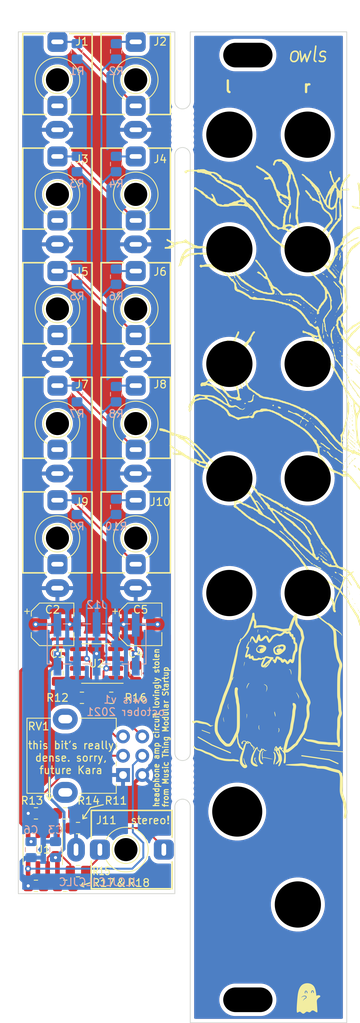
<source format=kicad_pcb>
(kicad_pcb (version 20211014) (generator pcbnew)
  (layers (0 "F.Cu" signal) (31 "B.Cu" signal) (34 "B.Paste" user) (35 "F.Paste" user) (36 "B.SilkS" user "B.Silkscreen") (37 "F.SilkS" user "F.Silkscreen") (38 "B.Mask" user) (39 "F.Mask" user) (44 "Edge.Cuts" user))
  (net 0 "")
  (net 1 "GND")
  (net 2 "Net-(J1-PadT)")
  (net 3 "Net-(J2-PadT)")
  (net 4 "Net-(J3-PadT)")
  (net 6 "Net-(J7-PadT)")
  (net 7 "Net-(J10-PadT)")
  (net 8 "Net-(J8-PadT)")
  (net 9 "R")
  (net 10 "L")
  (net 11 "+12V")
  (net 12 "-12V")
  (net 15 "Net-(J4-PadT)")
  (net 16 "Net-(J5-PadT)")
  (net 17 "Net-(J6-PadT)")
  (net 19 "Net-(J10-PadTN)")
  (net 21 "Net-(J11-PadR)")
  (net 22 "Net-(J11-PadT)")
  (net 23 "Net-(R11-Pad1)")
  (net 24 "Net-(R12-Pad2)")
  (net 25 "Net-(R13-Pad2)")
  (net 26 "Net-(R15-Pad1)")
  (net 27 "Net-(R16-Pad2)")
  (net 28 "Net-(R17-Pad2)")
  (net 29 "Net-(RV1-Pad2)")
  (net 30 "Net-(RV1-Pad5)")
  (footprint "Pale Slim Ghost:hole 6mm (jack panel)" (layer "F.Cu") (at 53.08 53.198)
    (fp_text reference "REF**" hide)
    (fp_text value "hole 6mm (jack panel)" hide)
  )
  (footprint "Pale Slim Ghost:hole 6mm (jack panel)" (layer "F.Cu") (at 63.24 82.916)
    (fp_text reference "REF**" hide)
    (fp_text value "hole 6mm (jack panel)" hide)
  )
  (footprint "Package_SO:SOIC-8_3.9x4.9mm_P1.27mm" (layer "F.Cu") (at 28.855 131.045 -90)
    (fp_text reference "U1")
    (fp_text value "OPA2134")
  )
  (footprint "Pale Slim Ghost:hole 3mm (below jack)" (layer "F.Cu") (at 40.92 46.082)
    (fp_text reference "REF**" hide)
    (fp_text value "hole 3mm (below jack)" hide)
  )
  (footprint "LOGO" (layer "F.Cu") (at 63.373 150.368)
    (fp_text reference "G***" hide)
    (fp_text value "LOGO" hide)
  )
  (footprint "Pale Slim Ghost:hole 3mm (below jack)" (layer "F.Cu") (at 40.92 31.223)
    (fp_text reference "REF**" hide)
    (fp_text value "hole 3mm (below jack)" hide)
  )
  (footprint "Pale Slim Ghost:hole 6mm (jack panel)" (layer "F.Cu") (at 63.24 68.057)
    (fp_text reference "REF**" hide)
    (fp_text value "hole 6mm (jack panel)" hide)
  )
  (footprint "Pale Slim Ghost:hole 6mm (jack panel)" (layer "F.Cu") (at 63.24 38.339)
    (fp_text reference "REF**" hide)
    (fp_text value "hole 6mm (jack panel)" hide)
  )
  (footprint "LOGO" (layer "F.Cu") (at 59.817 110.504685)
    (fp_text reference "G***" hide)
    (fp_text value "LOGO" hide)
  )
  (footprint "Pale Slim Ghost:hole 6mm (jack panel)" (layer "F.Cu") (at 53.08 38.339)
    (fp_text reference "REF**" hide)
    (fp_text value "hole 6mm (jack panel)" hide)
  )
  (footprint "Resistor_SMD:R_0805_2012Metric_Pad1.20x1.40mm_HandSolder" (layer "F.Cu") (at 27.966 135.744)
    (fp_text reference "R17")
    (fp_text value "2k")
  )
  (footprint "Pale Slim Ghost:hole 6.5mm (potentiometer panel)" (layer "F.Cu") (at 54.102 126.111)
    (fp_text reference "REF**" hide)
    (fp_text value "hole 6.5mm (potentiometer panel)" hide)
  )
  (footprint "Capacitor_SMD:CP_Elec_5x4.5" (layer "F.Cu") (at 30.125 101.835)
    (fp_text reference "C2")
    (fp_text value "C_Polarized")
  )
  (footprint "Pale Slim Ghost:hole 6mm (jack panel)" (layer "F.Cu") (at 53.08 97.775)
    (fp_text reference "REF**" hide)
    (fp_text value "hole 6mm (jack panel)" hide)
  )
  (footprint "Pale Slim Ghost:hole 3mm (below jack)" (layer "F.Cu") (at 30.76 75.8)
    (fp_text reference "REF**" hide)
    (fp_text value "hole 3mm (below jack)" hide)
  )
  (footprint "" (layer "F.Cu") (at 55.481 150.519)
    (fp_text reference "")
    (fp_text value "")
  )
  (footprint "Pale Slim Ghost:hole 6mm (jack panel)" (layer "F.Cu") (at 53.08 82.916)
    (fp_text reference "REF**" hide)
    (fp_text value "hole 6mm (jack panel)" hide)
  )
  (footprint "Pale Slim Ghost:hole 3mm (below jack)" (layer "F.Cu") (at 39.65 131.045)
    (fp_text reference "REF**" hide)
    (fp_text value "hole 3mm (below jack)" hide)
  )
  (footprint "Capacitor_SMD:C_0805_2012Metric_Pad1.18x1.45mm_HandSolder" (layer "F.Cu") (at 30.76 108.185 90)
    (fp_text reference "C1")
    (fp_text value "C")
  )
  (footprint "Pale Slim Ghost:Jack_3.5mm_QingPu_WQP-PJ366ST_Vertical" (layer "F.Cu") (at 39.65 131.045 -90)
    (fp_text reference "J11")
    (fp_text value "AudioJack3")
  )
  (footprint "Pale Slim Ghost:hole 3mm (below jack)" (layer "F.Cu") (at 40.92 75.8)
    (fp_text reference "REF**" hide)
    (fp_text value "hole 3mm (below jack)" hide)
  )
  (footprint "Resistor_SMD:R_0805_2012Metric_Pad1.20x1.40mm_HandSolder" (layer "F.Cu") (at 31.776 135.744)
    (fp_text reference "R18")
    (fp_text value "2k")
  )
  (footprint "Resistor_SMD:R_0805_2012Metric_Pad1.20x1.40mm_HandSolder" (layer "F.Cu") (at 37.745 111.36)
    (fp_text reference "R16")
    (fp_text value "10k")
  )
  (footprint "Pale Slim Ghost:hole 6mm (jack panel)" (layer "F.Cu") (at 63.24 53.198)
    (fp_text reference "REF**" hide)
    (fp_text value "hole 6mm (jack panel)" hide)
  )
  (footprint "Pale Slim Ghost:hole 6mm (jack panel)" (layer "F.Cu") (at 63.24 97.775)
    (fp_text reference "REF**" hide)
    (fp_text value "hole 6mm (jack panel)" hide)
  )
  (footprint "AudioJacks:Jack_3.5mm_QingPu_WQP-PJ398SM_Vertical" (layer "F.Cu") (at 30.76 75.8)
    (fp_text reference "J7")
    (fp_text value "AudioJack2_SwitchT")
  )
  (footprint "Package_SO:SOIC-8_3.9x4.9mm_P1.27mm" (layer "F.Cu") (at 35.84 106.915 180)
    (fp_text reference "U2")
    (fp_text value "NE5532")
  )
  (footprint "Pale Slim Ghost:mousebite-2x5mm" (layer "F.Cu") (at 47 122 90)
    (fp_text reference "mouse-bite-2mm-slot" hide)
    (fp_text value "VAL**" hide)
    (fp_arc (start -3.5 -1) (mid -2.5 0) (end -3.5 1) (layer "Edge.Cuts") (width 0.1))
    (fp_arc (start 3.5 1) (mid 2.5 0) (end 3.5 -1) (layer "Edge.Cuts") (width 0.1))
  )
  (footprint "AudioJacks:Jack_3.5mm_QingPu_WQP-PJ398SM_Vertical" (layer "F.Cu") (at 40.92 46.082)
    (fp_text reference "J4")
    (fp_text value "AudioJack2_SwitchT")
  )
  (footprint "Pale Slim Ghost:hole 6mm (jack panel)" (layer "F.Cu") (at 61.97 138.161)
    (fp_text reference "REF**" hide)
    (fp_text value "hole 6mm (jack panel)" hide)
  )
  (footprint "AudioJacks:Jack_3.5mm_QingPu_WQP-PJ398SM_Vertical" (layer "F.Cu") (at 30.76 60.941)
    (fp_text reference "J5")
    (fp_text value "AudioJack2_SwitchT")
  )
  (footprint "Pale Slim Ghost:mousebite-2x5mm" (layer "F.Cu") (at 47 37.5 90)
    (fp_text reference "mouse-bite-2mm-slot" hide)
    (fp_text value "VAL**" hide)
    (fp_arc (start -3.5 -1) (mid -2.5 0) (end -3.5 1) (layer "Edge.Cuts") (width 0.1))
    (fp_arc (start 3.5 1) (mid 2.5 0) (end 3.5 -1) (layer "Edge.Cuts") (width 0.1))
  )
  (footprint "AudioJacks:Jack_3.5mm_QingPu_WQP-PJ398SM_Vertical" (layer "F.Cu") (at 40.92 60.941)
    (fp_text reference "J6")
    (fp_text value "AudioJack2_SwitchT")
  )
  (footprint "Resistor_SMD:R_0805_2012Metric_Pad1.20x1.40mm_HandSolder" (layer "F.Cu") (at 31.76 126.346)
    (fp_text reference "R14")
    (fp_text value "2k")
  )
  (footprint "Resistor_SMD:R_0805_2012Metric_Pad1.20x1.40mm_HandSolder" (layer "F.Cu") (at 27.966 126.346)
    (fp_text reference "R13")
    (fp_text value "2k")
  )
  (footprint "Pale Slim Ghost:hole 3mm (below jack)" (layer "F.Cu") (at 40.92 90.659)
    (fp_text reference "REF**" hide)
    (fp_text value "hole 3mm (below jack)" hide)
  )
  (footprint "Potentiometer_THT:Potentiometer_Alpha_RD902F-40-00D_Dual_Vertical" (layer "F.Cu") (at 39.273 121.372 180)
    (fp_text reference "RV1")
    (fp_text value "R_Potentiometer_Dual")
  )
  (footprint "AudioJacks:Jack_3.5mm_QingPu_WQP-PJ398SM_Vertical" (layer "F.Cu") (at 30.76 31.223)
    (fp_text reference "J1")
    (fp_text value "AudioJack2_SwitchT")
  )
  (footprint "Pale Slim Ghost:hole 3mm (below jack)" (layer "F.Cu") (at 30.76 60.941)
    (fp_text reference "REF**" hide)
    (fp_text value "hole 3mm (below jack)" hide)
  )
  (footprint "Capacitor_SMD:CP_Elec_5x4.5" (layer "F.Cu") (at 41.555 101.835)
    (fp_text reference "C5")
    (fp_text value "C_Polarized")
  )
  (footprint "AudioJacks:Jack_3.5mm_QingPu_WQP-PJ398SM_Vertical" (layer "F.Cu") (at 40.92 90.659)
    (fp_text reference "J10")
    (fp_text value "AudioJack2_SwitchT")
  )
  (footprint "LOGO" (layer "F.Cu") (at 56.03906 79.372966)
    (fp_text reference "G***" hide)
    (fp_text value "LOGO" hide)
  )
  (footprint "Resistor_SMD:R_0805_2012Metric_Pad1.20x1.40mm_HandSolder" (layer "F.Cu") (at 33.935 111.36 180)
    (fp_text reference "R12")
    (fp_text value "10k")
  )
  (footprint "Pale Slim Ghost:hole 3mm (below jack)" (layer "F.Cu") (at 30.76 90.659)
    (fp_text reference "REF**" hide)
    (fp_text value "hole 3mm (below jack)" hide)
  )
  (footprint "AudioJacks:Jack_3.5mm_QingPu_WQP-PJ398SM_Vertical" (layer "F.Cu") (at 40.92 31.223)
    (fp_text reference "J2")
    (fp_text value "AudioJack2_SwitchT")
  )
  (footprint "Pale Slim Ghost:hole 6mm (jack panel)" (layer "F.Cu") (at 53.08 68.057)
    (fp_text reference "REF**" hide)
    (fp_text value "hole 6mm (jack panel)" hide)
  )
  (footprint "AudioJacks:Jack_3.5mm_QingPu_WQP-PJ398SM_Vertical" (layer "F.Cu") (at 30.76 46.082)
    (fp_text reference "J3")
    (fp_text value "AudioJack2_SwitchT")
  )
  (footprint "Pale Slim Ghost:hole 3mm (below jack)" (layer "F.Cu") (at 40.92 60.941)
    (fp_text reference "REF**" hide)
    (fp_text value "hole 3mm (below jack)" hide)
  )
  (footprint "Resistor_SMD:R_0805_2012Metric_Pad1.20x1.40mm_HandSolder" (layer "F.Cu") (at 33.427 128.251)
    (fp_text reference "R11")
    (fp_text value "47r")
  )
  (footprint "Pale Slim Ghost:hole 3mm (below jack)" (layer "F.Cu") (at 30.76 31.223)
    (fp_text reference "REF**" hide)
    (fp_text value "hole 3mm (below jack)" hide)
  )
  (footprint "AudioJacks:Jack_3.5mm_QingPu_WQP-PJ398SM_Vertical" (layer "F.Cu") (at 30.76 90.659)
    (fp_text reference "J9")
    (fp_text value "AudioJack2_SwitchT")
  )
  (footprint "AudioJacks:Jack_3.5mm_QingPu_WQP-PJ398SM_Vertical" (layer "F.Cu") (at 40.92 75.8)
    (fp_text reference "J8")
    (fp_text value "AudioJack2_SwitchT")
  )
  (footprint "Resistor_SMD:R_0805_2012Metric_Pad1.20x1.40mm_HandSolder" (layer "F.Cu") (at 33.427 133.839)
    (fp_text reference "R15")
    (fp_text value "47r")
  )
  (footprint "Pale Slim Ghost:hole 3mm (below jack)" (layer "F.Cu") (at 30.76 46.082)
    (fp_text reference "REF**" hide)
    (fp_text value "hole 3mm (below jack)" hide)
  )
  (footprint "" (layer "F.Cu") (at 55.481 28.019 90)
    (fp_text reference "")
    (fp_text value "")
  )
  (footprint "Capacitor_SMD:C_0805_2012Metric_Pad1.18x1.45mm_HandSolder" (layer "F.Cu") (at 40.92 108.185 90)
    (fp_text reference "C4")
    (fp_text value "C")
  )
  (footprint "Connector_PinHeader_2.54mm:PinHeader_2x05_P2.54mm_Vertical_SMD" (layer "B.Cu") (at 35.84 104.375 90)
    (fp_text reference "J12")
    (fp_text value "Conn_02x05_Odd_Even")
  )
  (footprint "Resistor_SMD:R_0805_2012Metric_Pad1.20x1.40mm_HandSolder" (layer "B.Cu") (at 33.3 27.54 -90)
    (fp_text reference "R1")
    (fp_text value "10k")
  )
  (footprint "Resistor_SMD:R_0805_2012Metric_Pad1.20x1.40mm_HandSolder" (layer "B.Cu") (at 38.38 42.145 -90)
    (fp_text reference "R4")
    (fp_text value "10k")
  )
  (footprint "Resistor_SMD:R_0805_2012Metric_Pad1.20x1.40mm_HandSolder" (layer "B.Cu") (at 38.38 71.99 -90)
    (fp_text reference "R8")
    (fp_text value "10k")
  )
  (footprint "Resistor_SMD:R_0805_2012Metric_Pad1.20x1.40mm_HandSolder" (layer "B.Cu") (at 33.3 71.99 -90)
    (fp_text reference "R7")
    (fp_text value "10k")
  )
  (footprint "Capacitor_SMD:C_0805_2012Metric_Pad1.18x1.45mm_HandSolder" (layer "B.Cu") (at 30.506 131.045 90)
    (fp_text reference "C3")
    (fp_text value "C")
  )
  (footprint "Resistor_SMD:R_0805_2012Metric_Pad1.20x1.40mm_HandSolder" (layer "B.Cu") (at 33.3 42.145 -90)
    (fp_text reference "R3")
    (fp_text value "10k")
  )
  (footprint "Resistor_SMD:R_0805_2012Metric_Pad1.20x1.40mm_HandSolder" (layer "B.Cu") (at 38.38 56.75 -90)
    (fp_text reference "R6")
    (fp_text value "10k")
  )
  (footprint "Resistor_SMD:R_0805_2012Metric_Pad1.20x1.40mm_HandSolder" (layer "B.Cu") (at 38.38 27.54 -90)
    (fp_text reference "R2")
    (fp_text value "10k")
  )
  (footprint "Capacitor_SMD:C_0805_2012Metric_Pad1.18x1.45mm_HandSolder" (layer "B.Cu") (at 27.331 131.045 90)
    (fp_text reference "C6")
    (fp_text value "C")
  )
  (footprint "Resistor_SMD:R_0805_2012Metric_Pad1.20x1.40mm_HandSolder" (layer "B.Cu") (at 38.38 86.595 -90)
    (fp_text reference "R10")
    (fp_text value "10k")
  )
  (footprint "Resistor_SMD:R_0805_2012Metric_Pad1.20x1.40mm_HandSolder" (layer "B.Cu") (at 33.3 86.595 -90)
    (fp_text reference "R9")
    (fp_text value "10k")
  )
  (footprint "Resistor_SMD:R_0805_2012Metric_Pad1.20x1.40mm_HandSolder" (layer "B.Cu") (at 33.3 56.75 -90)
    (fp_text reference "R5")
    (fp_text value "10k")
  )
  (gr_line (start 64.897 118.11) (end 67.818 118.364) (layer "F.SilkS") (width 0.1))
  (gr_line (start 62.484 118.872) (end 66.04 119.38) (layer "F.SilkS") (width 0.15))
  (gr_line (start 34.062 127.0445) (end 34.062 126.5365) (layer "F.SilkS") (width 0.15))
  (gr_line (start 49.53 115.57) (end 50.546 115.951) (layer "F.SilkS") (width 0.1))
  (gr_line (start 33.808 135.744) (end 34.062 135.363) (layer "F.SilkS") (width 0.15))
  (gr_line (start 33.808 135.744) (end 34.951 135.363) (layer "F.SilkS") (width 0.15))
  (gr_line (start 34.062 135.363) (end 33.808 135.744) (layer "F.SilkS") (width 0.15))
  (gr_line (start 29.337 124.079) (end 29.718 124.587) (layer "F.SilkS") (width 0.2))
  (gr_line (start 49.022 116.459) (end 50.8 117.475) (layer "F.SilkS") (width 0.15))
  (gr_line (start 35.052 125.603) (end 36.703 125.222) (layer "F.SilkS") (width 0.15))
  (gr_line (start 34.062 127.0445) (end 35.052 125.603) (layer "F.SilkS") (width 0.15))
  (gr_line (start 33.808 135.744) (end 34.189 135.871) (layer "F.SilkS") (width 0.15))
  (gr_line (start 50.8 117.475) (end 53.213 118.491) (layer "F.SilkS") (width 0.15))
  (gr_line (start 34.951 135.363) (end 33.808 135.744) (layer "F.SilkS") (width 0.15))
  (gr_line (start 29.718 124.587) (end 29.337 124.079) (layer "F.SilkS") (width 0.15))
  (gr_line (start 29.718 124.587) (end 30.099 124.079) (layer "F.SilkS") (width 0.2))
  (gr_line (start 34.062 127.0445) (end 34.57 126.9175) (layer "F.SilkS") (width 0.15))
  (gr_line (start 29.718 121.666) (end 29.718 124.587) (layer "F.SilkS") (width 0.2))
  (gr_line (start 66.04 119.38) (end 67.183 119.888) (layer "F.SilkS") (width 0.15))
  (gr_line (start 48 25) (end 68.32 25) (layer "Edge.Cuts") (width 0.1))
  (gr_line (start 68.32 25) (end 68.32 153.5) (layer "Edge.Cuts") (width 0.1))
  (gr_line (start 46 136.76) (end 25.68 136.76) (layer "Edge.Cuts") (width 0.1))
  (gr_line (start 68.32 153.5) (end 48 153.5) (layer "Edge.Cuts") (width 0.1))
  (gr_line (start 48 41) (end 48 118.5) (layer "Edge.Cuts") (width 0.1))
  (gr_line (start 46 136.76) (end 46 125.5) (layer "Edge.Cuts") (width 0.1))
  (gr_line (start 25.68 25) (end 46 25) (layer "Edge.Cuts") (width 0.1))
  (gr_line (start 48 125.5) (end 48 153.5) (layer "Edge.Cuts") (width 0.1))
  (gr_line (start 46 118.5) (end 46 41) (layer "Edge.Cuts") (width 0.1))
  (gr_line (start 25.68 136.76) (end 25.68 25) (layer "Edge.Cuts") (width 0.1))
  (gr_line (start 48 34) (end 48 25) (layer "Edge.Cuts") (width 0.1))
  (gr_line (start 46 25) (end 46 34) (layer "Edge.Cuts") (width 0.1))
  (gr_text "JLCJLCJLCJLC" (at 36.068 135.255) (layer "B.SilkS") (effects (font (size 1 1)) (justify mirror)))
  (gr_text "owls v1\noctober 2021" (at 39.624 112.395) (layer "B.SilkS") (effects (font (size 1 1)) (justify mirror)))
  (gr_text "o\n" (at 61.468 27.94) (layer "F.SilkS") (effects (font (size 2 1.8) (thickness 0.2) italic)))
  (gr_text "s\n" (at 64.262 27.94) (layer "F.SilkS") (effects (font (size 2 1.8) (thickness 0.2) italic) (justify left)))
  (gr_text "&" (at 39.015 135.363) (layer "F.SilkS") (effects (font (size 1 1))))
  (gr_text "l\n" (at 52.324 32.131) (layer "F.SilkS") (effects (font (size 1.5 1.5) (thickness 0.3)) (justify left)))
  (gr_text "r\n" (at 62.484 32.131) (layer "F.SilkS") (effects (font (size 1.5 1.5) (thickness 0.3)) (justify left)))
  (gr_text "stereo!" (at 42.825 127.235) (layer "F.SilkS") (effects (font (size 1 1))))
  (gr_text "headphone amp circuit lovingly stolen\nfrom Music Thing Modular Startup" (at 44.196 125.603 90) (layer "F.SilkS") (effects (font (size 0.75 0.7)) (justify left)))
  (gr_text "l\n" (at 63.5 27.94) (layer "F.SilkS") (effects (font (size 2 1.8) (thickness 0.2) italic) (justify left)))
  (gr_text "this bit's really\ndense. sorry,\nfuture Kara" (at 32.512 119.126) (layer "F.SilkS") (effects (font (size 1 0.95))))
  (gr_text "w" (at 61.722 27.94) (layer "F.SilkS") (effects (font (size 2 1.8) (thickness 0.2) italic) (justify left)))
  (segment (start 33.365 105.01) (end 35.22 105.01) (width 0.5) (layer "F.Cu") (net 1))
  (segment (start 39.73952 106.729521) (end 39.73952 108.04202) (width 0.5) (layer "F.Cu") (net 1))
  (segment (start 39.289999 106.28) (end 39.73952 106.729521) (width 0.5) (layer "F.Cu") (net 1))
  (segment (start 33.365 105.01) (end 33.065001 104.710001) (width 0.5) (layer "F.Cu") (net 1))
  (segment (start 33.065001 104.710001) (end 30.424999 104.710001) (width 0.5) (layer "F.Cu") (net 1))
  (segment (start 29.910489 105.224511) (end 29.910489 106.297989) (width 0.5) (layer "F.Cu") (net 1))
  (segment (start 29.910489 106.297989) (end 30.76 107.1475) (width 0.5) (layer "F.Cu") (net 1))
  (segment (start 38.315 106.28) (end 36.49 106.28) (width 0.5) (layer "F.Cu") (net 1))
  (segment (start 35.22 105.01) (end 35.84 105.63) (width 0.5) (layer "F.Cu") (net 1))
  (segment (start 30.424999 104.710001) (end 29.910489 105.224511) (width 0.5) (layer "F.Cu") (net 1))
  (segment (start 39.73952 108.04202) (end 40.92 109.2225) (width 0.5) (layer "F.Cu") (net 1))
  (segment (start 38.315 106.28) (end 39.289999 106.28) (width 0.5) (layer "F.Cu") (net 1))
  (segment (start 36.49 106.28) (end 35.84 105.63) (width 0.5) (layer "F.Cu") (net 1))
  (via (at 26.966 126.346) (size 0.8) (drill 0.4) (layers "F.Cu" "B.Cu") (net 1))
  (via (at 26.966 135.744) (size 0.8) (drill 0.4) (layers "F.Cu" "B.Cu") (net 1))
  (via (at 35.84 105.63) (size 0.8) (drill 0.4) (layers "F.Cu" "B.Cu") (net 1))
  (via (at 39.355 101.835) (size 0.8) (drill 0.4) (layers "F.Cu" "B.Cu") (net 1))
  (via (at 32.325 101.835) (size 0.8) (drill 0.4) (layers "F.Cu" "B.Cu") (net 1))
  (segment (start 26.100489 132.588011) (end 26.100489 134.878489) (width 0.5) (layer "B.Cu") (net 1))
  (segment (start 27.331 132.0825) (end 26.606 132.0825) (width 0.5) (layer "B.Cu") (net 1))
  (segment (start 32.34 101.85) (end 32.325 101.835) (width 0.5) (layer "B.Cu") (net 1))
  (segment (start 26.100489 134.878489) (end 26.966 135.744) (width 0.5) (layer "B.Cu") (net 1))
  (segment (start 38.38 101.85) (end 39.34 101.85) (width 0.5) (layer "B.Cu") (net 1))
  (segment (start 39.34 101.85) (end 39.355 101.835) (width 0.5) (layer "B.Cu") (net 1))
  (segment (start 26.606 132.0825) (end 26.100489 132.588011) (width 0.5) (layer "B.Cu") (net 1))
  (segment (start 33.3 101.85) (end 32.34 101.85) (width 0.5) (layer "B.Cu") (net 1))
  (segment (start 32.62 26.303) (end 40.92 34.603) (width 0.25) (layer "F.Cu") (net 2))
  (segment (start 30.76 26.303) (end 32.62 26.303) (width 0.25) (layer "F.Cu") (net 2))
  (segment (start 30.76 26.303) (end 33.063 26.303) (width 0.25) (layer "B.Cu") (net 2))
  (segment (start 33.063 26.303) (end 33.3 26.54) (width 0.25) (layer "B.Cu") (net 2))
  (segment (start 40.92 26.303) (end 38.617 26.303) (width 0.25) (layer "B.Cu") (net 3))
  (segment (start 38.617 26.303) (end 38.38 26.54) (width 0.25) (layer "B.Cu") (net 3))
  (segment (start 32.62 41.162) (end 40.92 49.462) (width 0.25) (layer "F.Cu") (net 4))
  (segment (start 30.76 41.162) (end 32.62 41.162) (width 0.25) (layer "F.Cu") (net 4))
  (segment (start 33.283 41.162) (end 33.3 41.145) (width 0.25) (layer "B.Cu") (net 4))
  (segment (start 30.76 41.162) (end 33.283 41.162) (width 0.25) (layer "B.Cu") (net 4))
  (segment (start 30.76 70.88) (end 32.62 70.88) (width 0.25) (layer "F.Cu") (net 6))
  (segment (start 32.62 70.88) (end 40.92 79.18) (width 0.25) (layer "F.Cu") (net 6))
  (segment (start 33.19 70.88) (end 33.3 70.99) (width 0.25) (layer "B.Cu") (net 6))
  (segment (start 30.76 70.88) (end 33.19 70.88) (width 0.25) (layer "B.Cu") (net 6))
  (segment (start 40.92 85.739) (end 38.524 85.739) (width 0.25) (layer "B.Cu") (net 7))
  (segment (start 38.524 85.739) (end 38.38 85.595) (width 0.25) (layer "B.Cu") (net 7))
  (segment (start 38.49 70.88) (end 38.38 70.99) (width 0.25) (layer "B.Cu") (net 8))
  (segment (start 40.92 70.88) (end 38.49 70.88) (width 0.25) (layer "B.Cu") (net 8))
  (segment (start 37.11 107.55) (end 38.315 107.55) (width 0.25) (layer "F.Cu") (net 9))
  (segment (start 36.745 107.915) (end 36.745 111.36) (width 0.25) (layer "F.Cu") (net 9))
  (segment (start 37.11 107.55) (end 36.745 107.915) (width 0.25) (layer "F.Cu") (net 9))
  (via (at 37.11 107.55) (size 0.8) (drill 0.4) (layers "F.Cu" "B.Cu") (net 9))
  (segment (start 38.015 43.145) (end 36.475 44.685) (width 0.25) (layer "B.Cu") (net 9))
  (segment (start 38.38 43.145) (end 38.015 43.145) (width 0.25) (layer "B.Cu") (net 9))
  (segment (start 38.015 57.75) (end 36.475 59.29) (width 0.25) (layer "B.Cu") (net 9))
  (segment (start 38.015 72.99) (end 36.475 74.53) (width 0.25) (layer "B.Cu") (net 9))
  (segment (start 38.38 28.54) (end 38.015 28.54) (width 0.25) (layer "B.Cu") (net 9))
  (segment (start 36.475 44.685) (end 36.475 59.29) (width 0.25) (layer "B.Cu") (net 9))
  (segment (start 36.475 98.66) (end 36.475 89.135) (width 0.25) (layer "B.Cu") (net 9))
  (segment (start 37.11 107.55) (end 37.11 99.295) (width 0.25) (layer "B.Cu") (net 9))
  (segment (start 36.475 30.08) (end 36.475 44.685) (width 0.25) (layer "B.Cu") (net 9))
  (segment (start 38.38 72.99) (end 38.015 72.99) (width 0.25) (layer "B.Cu") (net 9))
  (segment (start 36.475 74.53) (end 36.475 89.135) (width 0.25) (layer "B.Cu") (net 9))
  (segment (start 38.38 87.595) (end 38.015 87.595) (width 0.25) (layer "B.Cu") (net 9))
  (segment (start 38.015 28.54) (end 36.475 30.08) (width 0.25) (layer "B.Cu") (net 9))
  (segment (start 36.475 59.29) (end 36.475 74.53) (width 0.25) (layer "B.Cu") (net 9))
  (segment (start 38.38 57.75) (end 38.015 57.75) (width 0.25) (layer "B.Cu") (net 9))
  (segment (start 38.015 87.595) (end 36.475 89.135) (width 0.25) (layer "B.Cu") (net 9))
  (segment (start 37.11 99.295) (end 36.475 98.66) (width 0.25) (layer "B.Cu") (net 9))
  (segment (start 35.11404 106.82404) (end 35.11404 111.18096) (width 0.25) (layer "F.Cu") (net 10))
  (segment (start 35.11404 111.18096) (end 34.935 111.36) (width 0.25) (layer "F.Cu") (net 10))
  (segment (start 34.57 106.28) (end 33.365 106.28) (width 0.25) (layer "F.Cu") (net 10))
  (segment (start 34.57 106.28) (end 35.11404 106.82404) (width 0.25) (layer "F.Cu") (net 10))
  (via (at 34.57 106.28) (size 0.8) (drill 0.4) (layers "F.Cu" "B.Cu") (net 10))
  (segment (start 33.3 43.145) (end 33.665 43.145) (width 0.25) (layer "B.Cu") (net 10))
  (segment (start 35.205 59.29) (end 35.205 74.53) (width 0.25) (layer "B.Cu") (net 10))
  (segment (start 33.3 87.595) (end 33.665 87.595) (width 0.25) (layer "B.Cu") (net 10))
  (segment (start 34.57 99.295) (end 35.205 98.66) (width 0.25) (layer "B.Cu") (net 10))
  (segment (start 33.3 28.54) (end 33.665 28.54) (width 0.25) (layer "B.Cu") (net 10))
  (segment (start 33.665 57.75) (end 35.205 59.29) (width 0.25) (layer "B.Cu") (net 10))
  (segment (start 34.57 106.28) (end 34.57 99.295) (width 0.25) (layer "B.Cu") (net 10))
  (segment (start 35.205 74.53) (end 35.205 89.135) (width 0.25) (layer "B.Cu") (net 10))
  (segment (start 35.205 44.685) (end 35.205 58.655) (width 0.25) (layer "B.Cu") (net 10))
  (segment (start 33.665 43.145) (end 35.205 44.685) (width 0.25) (layer "B.Cu") (net 10))
  (segment (start 33.3 72.99) (end 33.665 72.99) (width 0.25) (layer "B.Cu") (net 10))
  (segment (start 33.665 72.99) (end 35.205 74.53) (width 0.25) (layer "B.Cu") (net 10))
  (segment (start 33.665 28.54) (end 35.205 30.08) (width 0.25) (layer "B.Cu") (net 10))
  (segment (start 33.3 57.75) (end 33.665 57.75) (width 0.25) (layer "B.Cu") (net 10))
  (segment (start 33.665 87.595) (end 35.205 89.135) (width 0.25) (layer "B.Cu") (net 10))
  (segment (start 35.205 30.08) (end 35.205 44.685) (width 0.25) (layer "B.Cu") (net 10))
  (segment (start 35.205 58.655) (end 35.205 59.29) (width 0.25) (layer "B.Cu") (net 10))
  (segment (start 35.205 98.66) (end 35.205 89.135) (width 0.25) (layer "B.Cu") (net 10))
  (segment (start 31.635 105.63) (end 32.00298 105.99798) (width 0.375) (layer "F.Cu") (net 11))
  (segment (start 33.365 108.82) (end 32.03 108.82) (width 0.375) (layer "F.Cu") (net 11))
  (segment (start 30.76 132.3365) (end 30.506 132.0825) (width 0.375) (layer "F.Cu") (net 11))
  (segment (start 30.76 133.52) (end 30.76 132.3365) (width 0.375) (layer "F.Cu") (net 11))
  (segment (start 32.03 108.82) (end 31.1625 108.82) (width 0.375) (layer "F.Cu") (net 11))
  (segment (start 31.1625 108.82) (end 30.76 109.2225) (width 0.375) (layer "F.Cu") (net 11))
  (segment (start 32.00298 108.79298) (end 32.03 108.82) (width 0.375) (layer "F.Cu") (net 11))
  (segment (start 32.00298 105.99798) (end 32.00298 108.79298) (width 0.375) (layer "F.Cu") (net 11))
  (segment (start 30.76 105.63) (end 31.635 105.63) (width 0.375) (layer "F.Cu") (net 11))
  (via (at 30.506 132.0825) (size 0.8) (drill 0.4) (layers "F.Cu" "B.Cu") (net 11))
  (via (at 30.76 105.63) (size 0.8) (drill 0.4) (layers "F.Cu" "B.Cu") (net 11))
  (via (at 27.925 101.835) (size 0.8) (drill 0.4) (layers "F.Cu" "B.Cu") (net 11))
  (segment (start 31.61802 126.197679) (end 29.718 124.297659) (width 0.375) (layer "B.Cu") (net 11))
  (segment (start 29.718 107.942) (end 30.76 106.9) (width 0.375) (layer "B.Cu") (net 11))
  (segment (start 30.506 132.0825) (end 31.61802 130.97048) (width 0.375) (layer "B.Cu") (net 11))
  (segment (start 30.76 101.85) (end 27.94 101.85) (width 0.375) (layer "B.Cu") (net 11))
  (segment (start 29.718 124.297659) (end 29.718 107.942) (width 0.375) (layer "B.Cu") (net 11))
  (segment (start 31.61802 130.97048) (end 31.61802 126.197679) (width 0.375) (layer "B.Cu") (net 11))
  (segment (start 27.94 101.85) (end 27.925 101.835) (width 0.375) (layer "B.Cu") (net 11))
  (segment (start 30.76 101.85) (end 30.76 106.9) (width 0.375) (layer "B.Cu") (net 11))
  (segment (start 25.97898 127.59898) (end 25.97898 107.88602) (width 0.375) (layer "F.Cu") (net 12))
  (segment (start 25.97898 107.88602) (end 30.125 103.74) (width 0.375) (layer "F.Cu") (net 12))
  (segment (start 30.125 103.74) (end 37.045 103.74) (width 0.375) (layer "F.Cu") (net 12))
  (segment (start 26.95 128.57) (end 26.95 129.6265) (width 0.375) (layer "F.Cu") (net 12))
  (segment (start 40.92 105.63) (end 40.92 107.1475) (width 0.375) (layer "F.Cu") (net 12))
  (segment (start 37.045 103.74) (end 38.315 105.01) (width 0.375) (layer "F.Cu") (net 12))
  (segment (start 40.3 105.01) (end 40.92 105.63) (width 0.375) (layer "F.Cu") (net 12))
  (segment (start 38.315 105.01) (end 40.3 105.01) (width 0.375) (layer "F.Cu") (net 12))
  (segment (start 26.95 128.57) (end 25.97898 127.59898) (width 0.375) (layer "F.Cu") (net 12))
  (segment (start 26.95 129.6265) (end 27.331 130.0075) (width 0.375) (layer "F.Cu") (net 12))
  (via (at 40.92 105.63) (size 0.8) (drill 0.4) (layers "F.Cu" "B.Cu") (net 12))
  (via (at 27.331 130.0075) (size 0.8) (drill 0.4) (layers "F.Cu" "B.Cu") (net 12))
  (via (at 43.755 101.835) (size 0.8) (drill 0.4) (layers "F.Cu" "B.Cu") (net 12))
  (segment (start 40.92 101.85) (end 40.92 106.9) (width 0.375) (layer "B.Cu") (net 12))
  (segment (start 43.74 101.85) (end 43.755 101.835) (width 0.375) (layer "B.Cu") (net 12))
  (segment (start 40.92 101.85) (end 43.74 101.85) (width 0.375) (layer "B.Cu") (net 12))
  (segment (start 38.397 41.162) (end 38.38 41.145) (width 0.25) (layer "B.Cu") (net 15))
  (segment (start 40.92 41.162) (end 38.397 41.162) (width 0.25) (layer "B.Cu") (net 15))
  (segment (start 30.76 56.021) (end 32.62 56.021) (width 0.25) (layer "F.Cu") (net 16))
  (segment (start 32.62 56.021) (end 40.92 64.321) (width 0.25) (layer "F.Cu") (net 16))
  (segment (start 30.76 56.021) (end 33.029 56.021) (width 0.25) (layer "B.Cu") (net 16))
  (segment (start 33.029 56.021) (end 33.3 55.75) (width 0.25) (layer "B.Cu") (net 16))
  (segment (start 38.651 56.021) (end 38.38 55.75) (width 0.25) (layer "B.Cu") (net 17))
  (segment (start 40.92 56.021) (end 38.651 56.021) (width 0.25) (layer "B.Cu") (net 17))
  (segment (start 32.62 85.739) (end 40.92 94.039) (width 0.25) (layer "F.Cu") (net 19))
  (segment (start 30.76 85.739) (end 32.62 85.739) (width 0.25) (layer "F.Cu") (net 19))
  (segment (start 30.76 85.739) (end 33.156 85.739) (width 0.25) (layer "B.Cu") (net 19))
  (segment (start 33.156 85.739) (end 33.3 85.595) (width 0.25) (layer "B.Cu") (net 19))
  (segment (start 36.524 131.742) (end 36.524 131.045) (width 0.25) (layer "F.Cu") (net 21))
  (segment (start 34.427 133.839) (end 36.524 131.742) (width 0.25) (layer "F.Cu") (net 21))
  (segment (start 34.427 128.251) (end 42.03 128.251) (width 0.25) (layer "F.Cu") (net 22))
  (segment (start 42.03 128.251) (end 44.824 131.045) (width 0.25) (layer "F.Cu") (net 22))
  (segment (start 30.76 128.57) (end 32.108 128.57) (width 0.25) (layer "F.Cu") (net 23))
  (segment (start 32.776 127.902) (end 32.776 126.346) (width 0.25) (layer "F.Cu") (net 23))
  (segment (start 32.108 128.57) (end 32.427 128.251) (width 0.25) (layer "F.Cu") (net 23))
  (segment (start 32.427 128.251) (end 32.776 127.902) (width 0.25) (layer "F.Cu") (net 23))
  (segment (start 32.935 110.900228) (end 32.935 111.36) (width 0.25) (layer "F.Cu") (net 24))
  (segment (start 33.31558 111.36) (end 38.32758 116.372) (width 0.25) (layer "F.Cu") (net 24))
  (segment (start 32.935 111.36) (end 33.31558 111.36) (width 0.25) (layer "F.Cu") (net 24))
  (segment (start 33.365 107.55) (end 34.339999 107.55) (width 0.25) (layer "F.Cu") (net 24))
  (segment (start 34.339999 107.55) (end 34.66452 107.874521) (width 0.25) (layer "F.Cu") (net 24))
  (segment (start 38.32758 116.372) (end 39.273 116.372) (width 0.25) (layer "F.Cu") (net 24))
  (segment (start 34.66452 107.874521) (end 34.66452 109.170708) (width 0.25) (layer "F.Cu") (net 24))
  (segment (start 34.66452 109.170708) (end 32.935 110.900228) (width 0.25) (layer "F.Cu") (net 24))
  (segment (start 28.966 126.346) (end 30.776 126.346) (width 0.25) (layer "F.Cu") (net 25))
  (segment (start 29.49 128.57) (end 29.49 126.87) (width 0.25) (layer "F.Cu") (net 25))
  (segment (start 29.49 126.87) (end 28.966 126.346) (width 0.25) (layer "F.Cu") (net 25))
  (segment (start 30.806103 131.357989) (end 30.205897 131.357989) (width 0.25) (layer "F.Cu") (net 26))
  (segment (start 32.776 135.744) (end 32.776 134.188) (width 0.25) (layer "F.Cu") (net 26))
  (segment (start 30.205897 131.357989) (end 29.49 132.073886) (width 0.25) (layer "F.Cu") (net 26))
  (segment (start 32.776 134.188) (end 32.427 133.839) (width 0.25) (layer "F.Cu") (net 26))
  (segment (start 32.427 132.978886) (end 30.806103 131.357989) (width 0.25) (layer "F.Cu") (net 26))
  (segment (start 32.427 133.839) (end 32.427 132.978886) (width 0.25) (layer "F.Cu") (net 26))
  (segment (start 29.49 132.073886) (end 29.49 133.52) (width 0.25) (layer "F.Cu") (net 26))
  (segment (start 38.745 111.36) (end 38.745 113.344) (width 0.25) (layer "F.Cu") (net 27))
  (segment (start 38.315 108.82) (end 38.745 109.25) (width 0.25) (layer "F.Cu") (net 27))
  (segment (start 38.745 109.25) (end 38.745 111.36) (width 0.25) (layer "F.Cu") (net 27))
  (segment (start 38.745 113.344) (end 41.773 116.372) (width 0.25) (layer "F.Cu") (net 27))
  (segment (start 28.22 133.52) (end 28.22 134.998) (width 0.25) (layer "F.Cu") (net 28))
  (segment (start 28.22 134.998) (end 28.966 135.744) (width 0.25) (layer "F.Cu") (net 28))
  (segment (start 28.966 135.744) (end 30.776 135.744) (width 0.25) (layer "F.Cu") (net 28))
  (segment (start 33.880729 118.872) (end 28.04148 124.711249) (width 0.25) (layer "F.Cu") (net 29))
  (segment (start 39.273 118.872) (end 33.880729 118.872) (width 0.25) (layer "F.Cu") (net 29))
  (segment (start 28.04148 124.711249) (end 28.04148 128.39148) (width 0.25) (layer "F.Cu") (net 29))
  (segment (start 28.04148 128.39148) (end 28.22 128.57) (width 0.25) (layer "F.Cu") (net 29))
  (via (at 26.95 133.52) (size 0.8) (drill 0.4) (layers "F.Cu" "B.Cu") (net 30))
  (segment (start 40.548489 128.813489) (end 41.91 130.175) (width 0.25) (layer "B.Cu") (net 30))
  (segment (start 41.91 132.08) (end 40.47 133.52) (width 0.25) (layer "B.Cu") (net 30))
  (segment (start 41.773 118.872) (end 40.548489 120.096511) (width 0.25) (layer "B.Cu") (net 30))
  (segment (start 40.47 133.52) (end 26.95 133.52) (width 0.25) (layer "B.Cu") (net 30))
  (segment (start 41.91 130.175) (end 41.91 132.08) (width 0.25) (layer "B.Cu") (net 30))
  (segment (start 40.548489 120.096511) (end 40.548489 128.813489) (width 0.25) (layer "B.Cu") (net 30))
  (zone (net 1) (net_name "GND") (layers F&B.Cu) (connect_pads (clearance 0.508)) (min_thickness 0.254) (fill yes (thermal_gap 0.508) (thermal_bridge_width 0.508))
    (polygon (pts (xy 46 136.76) (xy 25.68 136.76) (xy 25.68 25) (xy 46 25)))
  )
  (zone (net 0) (net_name "") (layers F&B.Cu) (connect_pads (clearance 0.508)) (min_thickness 0.254) (fill yes (thermal_gap 0.508) (thermal_bridge_width 0.508))
    (polygon (pts (xy 68.354 153.519) (xy 47.981 153.519) (xy 47.981 25.019) (xy 68.354 25.019)))
  )
)
</source>
